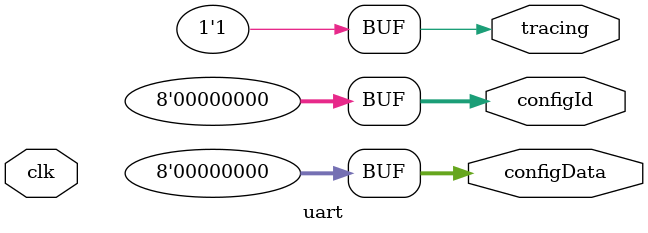
<source format=sv>

module uart (
	input logic clk,
	output logic tracing,
  	output logic [7:0] configId,
  	output logic [7:0] configData
);

    assign tracing=1'b1;
	assign configId=8'd0;
	assign configData=8'd0;
	

endmodule 



</source>
